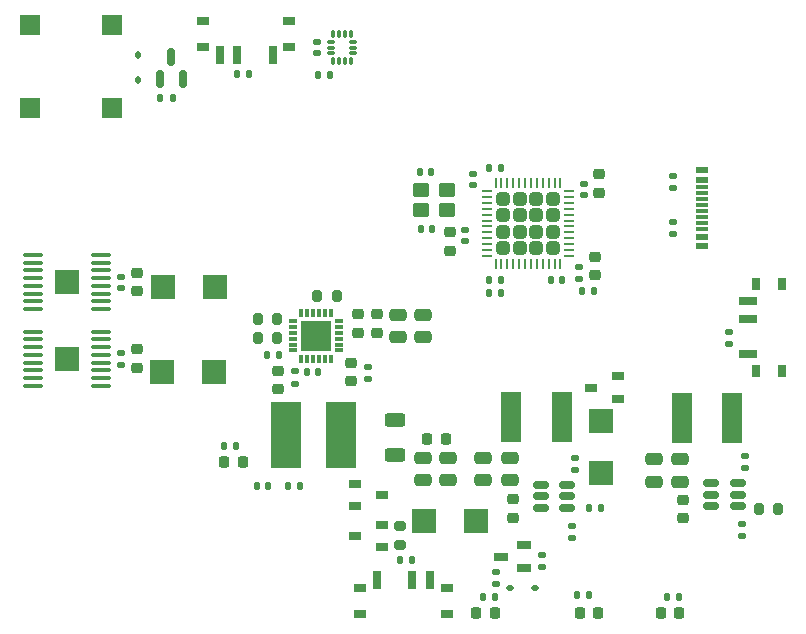
<source format=gbr>
%TF.GenerationSoftware,KiCad,Pcbnew,9.0.2*%
%TF.CreationDate,2025-12-01T07:49:58-05:00*%
%TF.ProjectId,VolleyBot,566f6c6c-6579-4426-9f74-2e6b69636164,rev?*%
%TF.SameCoordinates,Original*%
%TF.FileFunction,Paste,Top*%
%TF.FilePolarity,Positive*%
%FSLAX46Y46*%
G04 Gerber Fmt 4.6, Leading zero omitted, Abs format (unit mm)*
G04 Created by KiCad (PCBNEW 9.0.2) date 2025-12-01 07:49:58*
%MOMM*%
%LPD*%
G01*
G04 APERTURE LIST*
G04 Aperture macros list*
%AMRoundRect*
0 Rectangle with rounded corners*
0 $1 Rounding radius*
0 $2 $3 $4 $5 $6 $7 $8 $9 X,Y pos of 4 corners*
0 Add a 4 corners polygon primitive as box body*
4,1,4,$2,$3,$4,$5,$6,$7,$8,$9,$2,$3,0*
0 Add four circle primitives for the rounded corners*
1,1,$1+$1,$2,$3*
1,1,$1+$1,$4,$5*
1,1,$1+$1,$6,$7*
1,1,$1+$1,$8,$9*
0 Add four rect primitives between the rounded corners*
20,1,$1+$1,$2,$3,$4,$5,0*
20,1,$1+$1,$4,$5,$6,$7,0*
20,1,$1+$1,$6,$7,$8,$9,0*
20,1,$1+$1,$8,$9,$2,$3,0*%
G04 Aperture macros list end*
%ADD10R,2.000000X2.000000*%
%ADD11RoundRect,0.135000X0.135000X0.185000X-0.135000X0.185000X-0.135000X-0.185000X0.135000X-0.185000X0*%
%ADD12RoundRect,0.135000X-0.185000X0.135000X-0.185000X-0.135000X0.185000X-0.135000X0.185000X0.135000X0*%
%ADD13RoundRect,0.062500X-0.062500X-0.375000X0.062500X-0.375000X0.062500X0.375000X-0.062500X0.375000X0*%
%ADD14RoundRect,0.062500X-0.375000X-0.062500X0.375000X-0.062500X0.375000X0.062500X-0.375000X0.062500X0*%
%ADD15RoundRect,0.250000X-0.315000X-0.315000X0.315000X-0.315000X0.315000X0.315000X-0.315000X0.315000X0*%
%ADD16RoundRect,0.087500X-0.225000X0.087500X-0.225000X-0.087500X0.225000X-0.087500X0.225000X0.087500X0*%
%ADD17RoundRect,0.087500X-0.087500X0.225000X-0.087500X-0.225000X0.087500X-0.225000X0.087500X0.225000X0*%
%ADD18RoundRect,0.135000X-0.135000X-0.185000X0.135000X-0.185000X0.135000X0.185000X-0.135000X0.185000X0*%
%ADD19RoundRect,0.225000X-0.250000X0.225000X-0.250000X-0.225000X0.250000X-0.225000X0.250000X0.225000X0*%
%ADD20RoundRect,0.140000X-0.170000X0.140000X-0.170000X-0.140000X0.170000X-0.140000X0.170000X0.140000X0*%
%ADD21RoundRect,0.140000X0.170000X-0.140000X0.170000X0.140000X-0.170000X0.140000X-0.170000X-0.140000X0*%
%ADD22RoundRect,0.250000X0.450000X0.350000X-0.450000X0.350000X-0.450000X-0.350000X0.450000X-0.350000X0*%
%ADD23RoundRect,0.140000X-0.140000X-0.170000X0.140000X-0.170000X0.140000X0.170000X-0.140000X0.170000X0*%
%ADD24RoundRect,0.218750X0.256250X-0.218750X0.256250X0.218750X-0.256250X0.218750X-0.256250X-0.218750X0*%
%ADD25RoundRect,0.225000X0.250000X-0.225000X0.250000X0.225000X-0.250000X0.225000X-0.250000X-0.225000X0*%
%ADD26R,1.800000X1.800000*%
%ADD27RoundRect,0.112500X0.112500X-0.187500X0.112500X0.187500X-0.112500X0.187500X-0.112500X-0.187500X0*%
%ADD28RoundRect,0.150000X0.150000X-0.587500X0.150000X0.587500X-0.150000X0.587500X-0.150000X-0.587500X0*%
%ADD29R,1.000000X0.800000*%
%ADD30R,1.800000X4.200000*%
%ADD31RoundRect,0.150000X-0.512500X-0.150000X0.512500X-0.150000X0.512500X0.150000X-0.512500X0.150000X0*%
%ADD32RoundRect,0.250000X-0.475000X0.250000X-0.475000X-0.250000X0.475000X-0.250000X0.475000X0.250000X0*%
%ADD33RoundRect,0.135000X0.185000X-0.135000X0.185000X0.135000X-0.185000X0.135000X-0.185000X-0.135000X0*%
%ADD34RoundRect,0.200000X0.200000X0.275000X-0.200000X0.275000X-0.200000X-0.275000X0.200000X-0.275000X0*%
%ADD35RoundRect,0.200000X0.275000X-0.200000X0.275000X0.200000X-0.275000X0.200000X-0.275000X-0.200000X0*%
%ADD36RoundRect,0.250000X-0.625000X0.312500X-0.625000X-0.312500X0.625000X-0.312500X0.625000X0.312500X0*%
%ADD37R,1.100000X0.550000*%
%ADD38R,1.100000X0.300000*%
%ADD39RoundRect,0.218750X0.218750X0.256250X-0.218750X0.256250X-0.218750X-0.256250X0.218750X-0.256250X0*%
%ADD40RoundRect,0.140000X0.140000X0.170000X-0.140000X0.170000X-0.140000X-0.170000X0.140000X-0.170000X0*%
%ADD41RoundRect,0.218750X-0.218750X-0.256250X0.218750X-0.256250X0.218750X0.256250X-0.218750X0.256250X0*%
%ADD42R,0.700000X1.500000*%
%ADD43C,0.610000*%
%ADD44R,2.100000X2.030000*%
%ADD45O,1.750000X0.340000*%
%ADD46R,2.600000X2.600000*%
%ADD47R,0.700000X0.300000*%
%ADD48R,0.300000X0.700000*%
%ADD49RoundRect,0.200000X-0.200000X-0.275000X0.200000X-0.275000X0.200000X0.275000X-0.200000X0.275000X0*%
%ADD50R,1.250000X0.700000*%
%ADD51R,2.500000X5.700000*%
%ADD52RoundRect,0.112500X-0.187500X-0.112500X0.187500X-0.112500X0.187500X0.112500X-0.187500X0.112500X0*%
%ADD53RoundRect,0.250000X0.475000X-0.250000X0.475000X0.250000X-0.475000X0.250000X-0.475000X-0.250000X0*%
%ADD54R,0.800000X1.000000*%
%ADD55R,1.500000X0.700000*%
G04 APERTURE END LIST*
D10*
%TO.C,D12*%
X122500000Y-107450000D03*
X126900000Y-107450000D03*
%TD*%
D11*
%TO.C,R21*%
X120490000Y-110800000D03*
X121510000Y-110800000D03*
%TD*%
D12*
%TO.C,R4*%
X148300000Y-92510000D03*
X148300000Y-91490000D03*
%TD*%
D13*
%TO.C,U1*%
X128550000Y-78862500D03*
X129050000Y-78862500D03*
X129550000Y-78862500D03*
X130050000Y-78862500D03*
X130550000Y-78862500D03*
X131050000Y-78862500D03*
X131550000Y-78862500D03*
X132050000Y-78862500D03*
X132550000Y-78862500D03*
X133050000Y-78862500D03*
X133550000Y-78862500D03*
X134050000Y-78862500D03*
D14*
X134737500Y-79550000D03*
X134737500Y-80050000D03*
X134737500Y-80550000D03*
X134737500Y-81050000D03*
X134737500Y-81550000D03*
X134737500Y-82050000D03*
X134737500Y-82550000D03*
X134737500Y-83050000D03*
X134737500Y-83550000D03*
X134737500Y-84050000D03*
X134737500Y-84550000D03*
X134737500Y-85050000D03*
D13*
X134050000Y-85737500D03*
X133550000Y-85737500D03*
X133050000Y-85737500D03*
X132550000Y-85737500D03*
X132050000Y-85737500D03*
X131550000Y-85737500D03*
X131050000Y-85737500D03*
X130550000Y-85737500D03*
X130050000Y-85737500D03*
X129550000Y-85737500D03*
X129050000Y-85737500D03*
X128550000Y-85737500D03*
D14*
X127862500Y-85050000D03*
X127862500Y-84550000D03*
X127862500Y-84050000D03*
X127862500Y-83550000D03*
X127862500Y-83050000D03*
X127862500Y-82550000D03*
X127862500Y-82050000D03*
X127862500Y-81550000D03*
X127862500Y-81050000D03*
X127862500Y-80550000D03*
X127862500Y-80050000D03*
X127862500Y-79550000D03*
D15*
X133400000Y-84400000D03*
X133400000Y-83000000D03*
X133400000Y-81600000D03*
X133400000Y-80200000D03*
X132000000Y-84400000D03*
X132000000Y-83000000D03*
X132000000Y-81600000D03*
X132000000Y-80200000D03*
X130600000Y-84400000D03*
X130600000Y-83000000D03*
X130600000Y-81600000D03*
X130600000Y-80200000D03*
X129200000Y-84400000D03*
X129200000Y-83000000D03*
X129200000Y-81600000D03*
X129200000Y-80200000D03*
%TD*%
D16*
%TO.C,U6*%
X116462500Y-66900000D03*
X116462500Y-67400000D03*
X116462500Y-67900000D03*
D17*
X116300000Y-68562500D03*
X115800000Y-68562500D03*
X115300000Y-68562500D03*
X114800000Y-68562500D03*
D16*
X114637500Y-67900000D03*
X114637500Y-67400000D03*
X114637500Y-66900000D03*
D17*
X114800000Y-66237500D03*
X115300000Y-66237500D03*
X115800000Y-66237500D03*
X116300000Y-66237500D03*
%TD*%
D18*
%TO.C,R12*%
X135880000Y-88000000D03*
X136900000Y-88000000D03*
%TD*%
D19*
%TO.C,C1*%
X137300000Y-78150000D03*
X137300000Y-79700000D03*
%TD*%
D20*
%TO.C,C2*%
X135600000Y-86000000D03*
X135600000Y-86960000D03*
%TD*%
D21*
%TO.C,C5*%
X126000000Y-83790000D03*
X126000000Y-82830000D03*
%TD*%
%TO.C,C22*%
X126600000Y-79080000D03*
X126600000Y-78120000D03*
%TD*%
D22*
%TO.C,Y1*%
X124400000Y-79472000D03*
X122200000Y-79472000D03*
X122200000Y-81172000D03*
X124400000Y-81172000D03*
%TD*%
D20*
%TO.C,C4*%
X136000000Y-78940000D03*
X136000000Y-79900000D03*
%TD*%
D11*
%TO.C,R6*%
X129000000Y-88200000D03*
X127980000Y-88200000D03*
%TD*%
D23*
%TO.C,C11*%
X133220000Y-87100000D03*
X134180000Y-87100000D03*
%TD*%
D18*
%TO.C,R5*%
X127980000Y-87100000D03*
X129000000Y-87100000D03*
%TD*%
D23*
%TO.C,C3*%
X128020000Y-77600000D03*
X128980000Y-77600000D03*
%TD*%
D24*
%TO.C,D3*%
X137000000Y-86675000D03*
X137000000Y-85100000D03*
%TD*%
D25*
%TO.C,C6*%
X124700000Y-84610000D03*
X124700000Y-83060000D03*
%TD*%
D18*
%TO.C,R22*%
X101200000Y-71700000D03*
X100180000Y-71700000D03*
%TD*%
D26*
%TO.C,BUZZER1*%
X96100000Y-65520000D03*
X89120000Y-72500000D03*
X89120000Y-65520000D03*
X96100000Y-72500000D03*
%TD*%
D27*
%TO.C,D7*%
X98300000Y-68050000D03*
X98300000Y-70150000D03*
%TD*%
D28*
%TO.C,Q4*%
X101100000Y-68162500D03*
X102050000Y-70037500D03*
X100150000Y-70037500D03*
%TD*%
D29*
%TO.C,Q2*%
X118950000Y-105300000D03*
X116650000Y-106250000D03*
X116650000Y-104350000D03*
%TD*%
D30*
%TO.C,L2*%
X144300000Y-98750000D03*
X148600000Y-98750000D03*
%TD*%
D31*
%TO.C,U5*%
X149087500Y-104300000D03*
X149087500Y-105250000D03*
X149087500Y-106200000D03*
X146812500Y-106200000D03*
X146812500Y-105250000D03*
X146812500Y-104300000D03*
%TD*%
D32*
%TO.C,C26*%
X141950000Y-104150000D03*
X141950000Y-102250000D03*
%TD*%
D25*
%TO.C,C23*%
X144450000Y-105700000D03*
X144450000Y-107250000D03*
%TD*%
D32*
%TO.C,C25*%
X144200000Y-104150000D03*
X144200000Y-102250000D03*
%TD*%
D21*
%TO.C,C24*%
X149700000Y-102000000D03*
X149700000Y-102960000D03*
%TD*%
D33*
%TO.C,R10*%
X149450000Y-107750000D03*
X149450000Y-108770000D03*
%TD*%
D34*
%TO.C,R11*%
X150850000Y-106500000D03*
X152500000Y-106500000D03*
%TD*%
D35*
%TO.C,R25*%
X120500000Y-109525000D03*
X120500000Y-107875000D03*
%TD*%
D36*
%TO.C,R19*%
X120000000Y-98937500D03*
X120000000Y-101862500D03*
%TD*%
D10*
%TO.C,D1*%
X137500000Y-103400000D03*
X137500000Y-99000000D03*
%TD*%
D21*
%TO.C,C13*%
X135250000Y-103130000D03*
X135250000Y-102170000D03*
%TD*%
D11*
%TO.C,R9*%
X137520000Y-106400000D03*
X136500000Y-106400000D03*
%TD*%
D30*
%TO.C,L1*%
X134150000Y-98650000D03*
X129850000Y-98650000D03*
%TD*%
D31*
%TO.C,U4*%
X132362500Y-104450000D03*
X132362500Y-105400000D03*
X132362500Y-106350000D03*
X134637500Y-106350000D03*
X134637500Y-105400000D03*
X134637500Y-104450000D03*
%TD*%
D32*
%TO.C,C14*%
X129750000Y-102150000D03*
X129750000Y-104050000D03*
%TD*%
%TO.C,C15*%
X127500000Y-102150000D03*
X127500000Y-104050000D03*
%TD*%
D25*
%TO.C,C12*%
X130000000Y-107200000D03*
X130000000Y-105650000D03*
%TD*%
D33*
%TO.C,R8*%
X135000000Y-108920000D03*
X135000000Y-107900000D03*
%TD*%
D12*
%TO.C,R3*%
X143600000Y-83220000D03*
X143600000Y-82200000D03*
%TD*%
D21*
%TO.C,C17*%
X96800000Y-86840000D03*
X96800000Y-87800000D03*
%TD*%
D37*
%TO.C,USB2*%
X146000000Y-77800000D03*
X146000000Y-78600000D03*
D38*
X146000000Y-79250000D03*
X146000000Y-79750000D03*
X146000000Y-80250000D03*
X146000000Y-80750000D03*
X146000000Y-81250000D03*
X146000000Y-81750000D03*
X146000000Y-82250000D03*
X146000000Y-82750000D03*
D37*
X146000000Y-83400000D03*
X146000000Y-84200000D03*
%TD*%
D39*
%TO.C,D2*%
X142550000Y-115300000D03*
X144125000Y-115300000D03*
%TD*%
D40*
%TO.C,C20*%
X113550000Y-69750000D03*
X114510000Y-69750000D03*
%TD*%
D29*
%TO.C,Q1*%
X136650000Y-96200000D03*
X138950000Y-95250000D03*
X138950000Y-97150000D03*
%TD*%
D33*
%TO.C,R2*%
X143600000Y-78280000D03*
X143600000Y-79300000D03*
%TD*%
D23*
%TO.C,C10*%
X123200000Y-82800000D03*
X122240000Y-82800000D03*
%TD*%
D18*
%TO.C,R1*%
X107697500Y-69632500D03*
X106677500Y-69632500D03*
%TD*%
D11*
%TO.C,R13*%
X135452500Y-113750000D03*
X136472500Y-113750000D03*
%TD*%
D12*
%TO.C,R7*%
X111550000Y-95847500D03*
X111550000Y-94827500D03*
%TD*%
D39*
%TO.C,FB1*%
X124337500Y-100550000D03*
X122762500Y-100550000D03*
%TD*%
D40*
%TO.C,C9*%
X122120000Y-77972000D03*
X123080000Y-77972000D03*
%TD*%
D41*
%TO.C,D4*%
X137250000Y-115250000D03*
X135675000Y-115250000D03*
%TD*%
D42*
%TO.C,SW3*%
X123000000Y-112500000D03*
X121500000Y-112500000D03*
X118500000Y-112500000D03*
D29*
X124400000Y-115360000D03*
X124400000Y-113150000D03*
X117100000Y-115360000D03*
X117100000Y-113150000D03*
%TD*%
D39*
%TO.C,D5*%
X126925000Y-115300000D03*
X128500000Y-115300000D03*
%TD*%
D43*
%TO.C,U2*%
X92750000Y-86750000D03*
X92750000Y-87750000D03*
X91750000Y-86750000D03*
X91750000Y-87750000D03*
D44*
X92250000Y-87250000D03*
D45*
X89380000Y-84970000D03*
X89380000Y-85620000D03*
X89380000Y-86270000D03*
X89380000Y-86930000D03*
X89380000Y-87580000D03*
X89380000Y-88230000D03*
X89380000Y-88880000D03*
X89380000Y-89530000D03*
X95120000Y-84970000D03*
X95120000Y-85620000D03*
X95120000Y-86270000D03*
X95120000Y-86930000D03*
X95120000Y-87580000D03*
X95120000Y-88230000D03*
X95120000Y-88880000D03*
X95120000Y-89530000D03*
%TD*%
D43*
%TO.C,U3*%
X92750000Y-93250000D03*
X92750000Y-94250000D03*
X91750000Y-93250000D03*
X91750000Y-94250000D03*
D44*
X92250000Y-93750000D03*
D45*
X89380000Y-91470000D03*
X89380000Y-92120000D03*
X89380000Y-92770000D03*
X89380000Y-93430000D03*
X89380000Y-94080000D03*
X89380000Y-94730000D03*
X89380000Y-95380000D03*
X89380000Y-96030000D03*
X95120000Y-91470000D03*
X95120000Y-92120000D03*
X95120000Y-92770000D03*
X95120000Y-93430000D03*
X95120000Y-94080000D03*
X95120000Y-94730000D03*
X95120000Y-95380000D03*
X95120000Y-96030000D03*
%TD*%
D32*
%TO.C,C8*%
X124550000Y-104050000D03*
X124550000Y-102150000D03*
%TD*%
%TO.C,C7*%
X122450000Y-102150000D03*
X122450000Y-104050000D03*
%TD*%
D25*
%TO.C,C16*%
X98200000Y-86500000D03*
X98200000Y-88050000D03*
%TD*%
%TO.C,C19*%
X98200000Y-92950000D03*
X98200000Y-94500000D03*
%TD*%
D20*
%TO.C,C21*%
X113450000Y-67880000D03*
X113450000Y-66920000D03*
%TD*%
D21*
%TO.C,C18*%
X96800000Y-93300000D03*
X96800000Y-94260000D03*
%TD*%
D46*
%TO.C,U7*%
X113350000Y-91800000D03*
D47*
X115300000Y-90550000D03*
X115300000Y-91050000D03*
X115300000Y-91550000D03*
X115300000Y-92050000D03*
X115300000Y-92550000D03*
X115300000Y-93050000D03*
D48*
X114600000Y-93740000D03*
X114100000Y-93740000D03*
X113600000Y-93740000D03*
X113100000Y-93740000D03*
X112600000Y-93740000D03*
X112100000Y-93740000D03*
D47*
X111400000Y-93050000D03*
X111400000Y-92550000D03*
X111400000Y-92050000D03*
X111400000Y-91550000D03*
X111400000Y-91050000D03*
X111400000Y-90550000D03*
D48*
X112100000Y-89860000D03*
X112600000Y-89860000D03*
X113100000Y-89860000D03*
X113600000Y-89860000D03*
X114100000Y-89860000D03*
X114600000Y-89860000D03*
%TD*%
D11*
%TO.C,R28*%
X106575000Y-101100000D03*
X105555000Y-101100000D03*
%TD*%
%TO.C,R27*%
X144100000Y-113950000D03*
X143080000Y-113950000D03*
%TD*%
D18*
%TO.C,R26*%
X109230000Y-93422500D03*
X110250000Y-93422500D03*
%TD*%
D12*
%TO.C,R24*%
X128550000Y-111800000D03*
X128550000Y-112820000D03*
%TD*%
D33*
%TO.C,R23*%
X132500000Y-111410000D03*
X132500000Y-110390000D03*
%TD*%
D34*
%TO.C,R18*%
X115125000Y-88460000D03*
X113475000Y-88460000D03*
%TD*%
D49*
%TO.C,R17*%
X108400000Y-90422500D03*
X110050000Y-90422500D03*
%TD*%
%TO.C,R16*%
X108400000Y-92022500D03*
X110050000Y-92022500D03*
%TD*%
D18*
%TO.C,R15*%
X127500000Y-113900000D03*
X128520000Y-113900000D03*
%TD*%
D12*
%TO.C,R14*%
X117750000Y-94427500D03*
X117750000Y-95447500D03*
%TD*%
D29*
%TO.C,Q5*%
X118950000Y-107800000D03*
X116650000Y-108750000D03*
X118950000Y-109700000D03*
%TD*%
D50*
%TO.C,Q3*%
X131000000Y-111450000D03*
X131000000Y-109550000D03*
X129000000Y-110500000D03*
%TD*%
D51*
%TO.C,L4*%
X115500000Y-100190000D03*
X110800000Y-100210000D03*
%TD*%
D10*
%TO.C,D10*%
X104800000Y-87700000D03*
X100400000Y-87700000D03*
%TD*%
%TO.C,D9*%
X104700000Y-94900000D03*
X100300000Y-94900000D03*
%TD*%
D52*
%TO.C,D8*%
X129800000Y-113200000D03*
X131900000Y-113200000D03*
%TD*%
D39*
%TO.C,D6*%
X107175000Y-102500000D03*
X105600000Y-102500000D03*
%TD*%
D40*
%TO.C,C35*%
X111980000Y-104500000D03*
X111020000Y-104500000D03*
%TD*%
%TO.C,C34*%
X108340000Y-104500000D03*
X109300000Y-104500000D03*
%TD*%
D19*
%TO.C,C33*%
X110150000Y-96322500D03*
X110150000Y-94772500D03*
%TD*%
D25*
%TO.C,C32*%
X116350000Y-95622500D03*
X116350000Y-94072500D03*
%TD*%
D23*
%TO.C,C31*%
X112590000Y-94900000D03*
X113550000Y-94900000D03*
%TD*%
D53*
%TO.C,C30*%
X122400000Y-91947500D03*
X122400000Y-90047500D03*
%TD*%
%TO.C,C29*%
X120300000Y-91947500D03*
X120300000Y-90047500D03*
%TD*%
D25*
%TO.C,C28*%
X118500000Y-91547500D03*
X118500000Y-89997500D03*
%TD*%
%TO.C,C27*%
X116900000Y-91547500D03*
X116900000Y-89997500D03*
%TD*%
D54*
%TO.C,SW2*%
X150600000Y-94750000D03*
X152810000Y-94750000D03*
X150600000Y-87450000D03*
X152810000Y-87450000D03*
D55*
X149950000Y-93350000D03*
X149950000Y-90350000D03*
X149950000Y-88850000D03*
%TD*%
D29*
%TO.C,SW1*%
X111100000Y-67350000D03*
X111100000Y-65140000D03*
X103800000Y-67350000D03*
X103800000Y-65140000D03*
D42*
X109700000Y-68000000D03*
X106700000Y-68000000D03*
X105200000Y-68000000D03*
%TD*%
M02*

</source>
